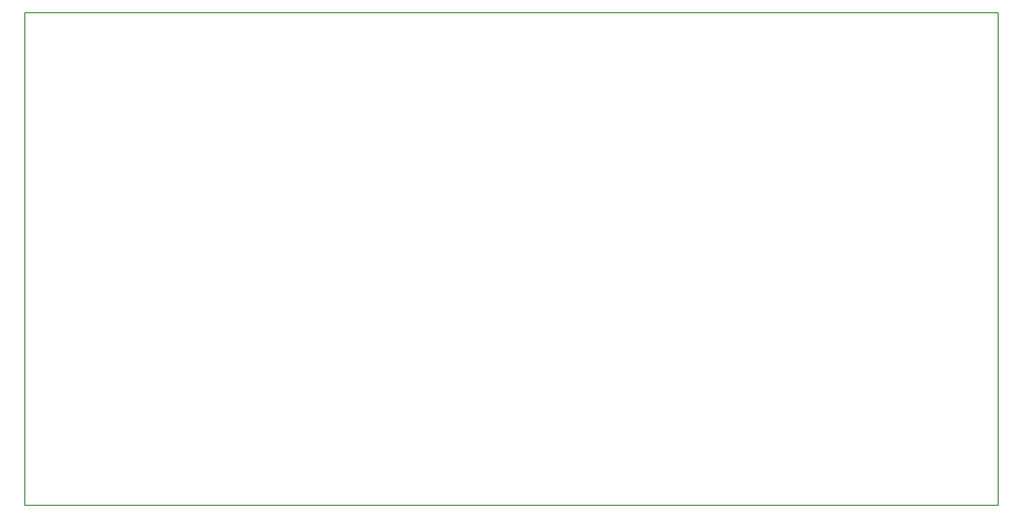
<source format=gko>
%FSLAX34Y34*%
G04 Gerber Fmt 3.4, Leading zero omitted, Abs format*
G04 (created by PCBNEW (2014-02-28 BZR 4729)-product) date Sa 08 Mär 2014 19:45:03 CET*
%MOIN*%
G01*
G70*
G90*
G04 APERTURE LIST*
%ADD10C,0.005906*%
G04 APERTURE END LIST*
G54D10*
X87750Y-23000D02*
X28950Y-23000D01*
X28950Y-52750D02*
X87750Y-52750D01*
X87750Y-23000D02*
X87750Y-52750D01*
X28950Y-23000D02*
X28950Y-52750D01*
M02*

</source>
